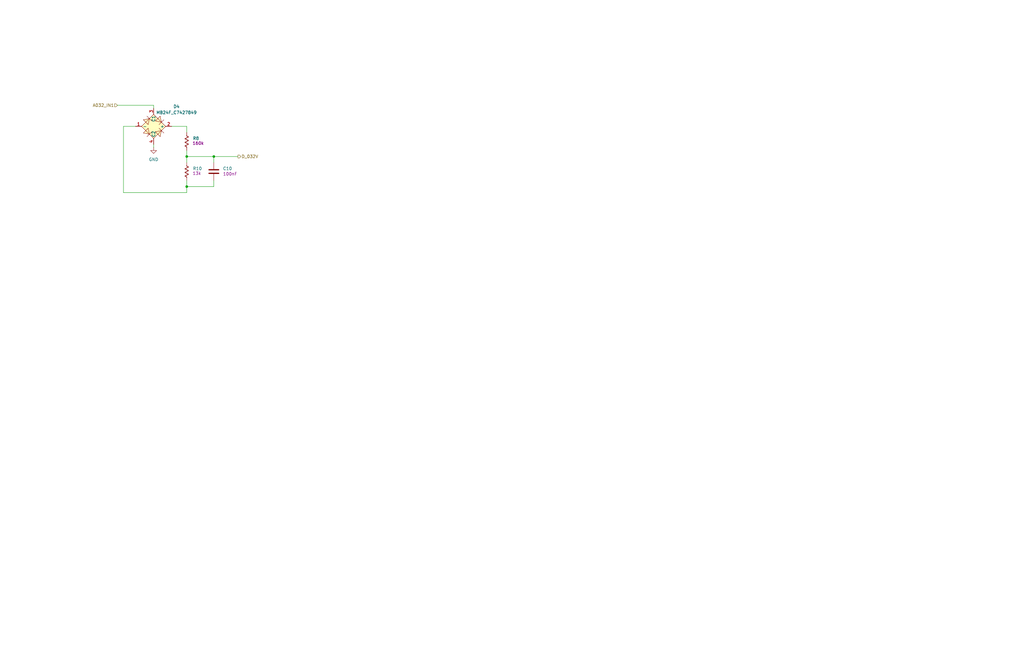
<source format=kicad_sch>
(kicad_sch (version 20250114) (generator "eeschema") (generator_version "9.0")
  (paper "USLedger")
  (lib_symbols
    (symbol "PCM_Capacitor_AKL:C_0805" (pin_numbers (hide yes)) (pin_names (offset 0.254))
      (property "Reference" "C" (at 0.635 2.54 0))
      (property "Value" "C_0805" (at 0.635 -2.54 0))
      (symbol "C_0805_0_1"
        (polyline (pts (xy -2.032 0.762) (xy 2.032 0.762)) (stroke (width 0.508)))
        (polyline (pts (xy -2.032 -0.762) (xy 2.032 -0.762)) (stroke (width 0.508)))
      )
      (symbol "C_0805_0_2"
        (polyline (pts (xy -2.54 -2.54) (xy -0.381 -0.381)))
        (polyline (pts (xy -0.508 -0.508) (xy -1.651 0.635)) (stroke (width 0.508)))
        (polyline (pts (xy -0.508 -0.508) (xy 0.635 -1.651)) (stroke (width 0.508)))
        (polyline (pts (xy 0.381 0.381) (xy 2.54 2.54)))
        (polyline (pts (xy 0.508 0.508) (xy -0.635 1.651)) (stroke (width 0.508)))
        (polyline (pts (xy 0.508 0.508) (xy 1.651 -0.635)) (stroke (width 0.508)))
      )
      (symbol "C_0805_1_1"
        (pin passive line (at 0 3.81 270) (length 2.794) (name "~") (number "1"))
        (pin passive line (at 0 -3.81 90) (length 2.794) (name "~") (number "2"))
      )
      (symbol "C_0805_1_2"
        (pin passive line (at -2.54 -2.54 90) (length 0) (name "~") (number "2"))
        (pin passive line (at 2.54 2.54 270) (length 0) (name "~") (number "1"))
      )
    )
    (symbol "PCM_Resistor_US_AKL:R_0603" (pin_numbers (hide yes)) (pin_names (offset 0))
      (property "Reference" "R" (at 2.54 1.27 0))
      (property "Value" "R_0603" (at 2.54 -1.27 0))
      (symbol "R_0603_0_1"
        (polyline (pts (xy 0 2.286) (xy 0 2.54)) (stroke (width 0.254)))
        (polyline (pts (xy 0 2.286) (xy 0.762 1.905) (xy -0.762 1.143) (xy 0 0.762) (xy 0.762 0.381) (xy 0 0) (xy -0.762 -0.381) (xy 0 -0.762) (xy 0.762 -1.143) (xy 0 -1.524) (xy -0.762 -1.905) (xy 0 -2.286)) (stroke (width 0.254)))
        (polyline (pts (xy 0 -2.286) (xy 0 -2.54)) (stroke (width 0.254)))
      )
      (symbol "R_0603_0_2"
        (polyline (pts (xy -2.54 -2.54) (xy -1.778 -1.778)))
        (polyline (pts (xy -1.778 -1.778) (xy -1.524 -1.524)) (stroke (width 0.254)))
        (polyline (pts (xy -1.524 -1.524) (xy -1.778 -0.762) (xy -1.016 -1.016)) (stroke (width 0.254)))
        (polyline (pts (xy -0.508 -0.508) (xy -0.762 0.254) (xy 0 0)) (stroke (width 0.254)))
        (polyline (pts (xy -0.508 -0.508) (xy -0.254 -1.27) (xy -1.016 -1.016)) (stroke (width 0.254)))
        (polyline (pts (xy 0.508 0.508) (xy 0.254 1.27) (xy 1.016 1.016)) (stroke (width 0.254)))
        (polyline (pts (xy 0.508 0.508) (xy 0.762 -0.254) (xy 0 0)) (stroke (width 0.254)))
        (polyline (pts (xy 1.524 1.524) (xy 1.778 0.762) (xy 1.016 1.016)) (stroke (width 0.254)))
        (polyline (pts (xy 1.778 1.778) (xy 1.524 1.524)) (stroke (width 0.254)))
        (polyline (pts (xy 1.778 1.778) (xy 2.54 2.54)))
      )
      (symbol "R_0603_1_1"
        (pin passive line (at 0 3.81 270) (length 1.27) (name "~") (number "1"))
        (pin passive line (at 0 -3.81 90) (length 1.27) (name "~") (number "2"))
      )
      (symbol "R_0603_1_2"
        (pin passive line (at -2.54 -2.54 0) (length 0) (name "") (number "2"))
        (pin passive line (at 2.54 2.54 180) (length 0) (name "") (number "1"))
      )
    )
    (symbol "Puente H:MB24F_C7427849"
      (property "Reference" "D" (at 0 12.7 0))
      (property "Value" "MB24F_C7427849" (at 0 -12.7 0))
      (symbol "MB24F_C7427849_0_1"
        (polyline (pts (xy -4.32 2.79) (xy -1.78 3.3) (xy -2.29 0.76) (xy -4.32 2.79)) (fill (type background)))
        (polyline (pts (xy -2.79 4.32) (xy -0.76 2.29)))
        (polyline (pts (xy -2.29 -0.76) (xy -1.78 -3.3) (xy -4.32 -2.79) (xy -2.29 -0.76)) (fill (type background)))
        (polyline (pts (xy -0.76 -2.29) (xy -2.79 -4.32)))
        (polyline (pts (xy 0 5.08) (xy -5.08 0) (xy 0 -5.08) (xy 5.08 0) (xy 0 5.08)) (fill (type background)))
        (polyline (pts (xy 0.76 -2.29) (xy 3.3 -1.78) (xy 2.79 -4.32) (xy 0.76 -2.29)) (fill (type background)))
        (polyline (pts (xy 2.29 -0.76) (xy 4.32 -2.79)))
        (polyline (pts (xy 2.79 4.32) (xy 3.3 1.78) (xy 0.76 2.29) (xy 2.79 4.32)) (fill (type background)))
        (polyline (pts (xy 4.32 2.79) (xy 2.29 0.76)))
      )
      (symbol "MB24F_C7427849_1_1"
        (pin unspecified line (at -7.62 0 0) (length 2.54) (name "-") (number "1"))
        (pin unspecified line (at 0 7.62 270) (length 2.54) (name "C1") (number "3"))
        (pin unspecified line (at 0 -7.62 90) (length 2.54) (name "C2") (number "4"))
        (pin unspecified line (at 7.62 0 180) (length 2.54) (name "+") (number "2"))
      )
    )
    (symbol "power:GND" (power) (pin_numbers (hide yes)) (pin_names (offset 0) (hide yes))
      (property "Value" "GND" (at 0 -3.81 0))
      (symbol "GND_0_1"
        (polyline (pts (xy 0 0) (xy 0 -1.27) (xy 1.27 -1.27) (xy 0 -2.54) (xy -1.27 -1.27) (xy 0 -1.27)))
      )
      (symbol "GND_1_1"
        (pin power_in line (at 0 0 270) (length 0) (name "~") (number "1"))
      )
    )
  )
  (junction (at 78.74 66.04))
  (junction (at 78.74 78.74))
  (junction (at 90.17 66.04))
  (wire (pts (xy 64.77 60.96) (xy 64.77 62.23)))
  (wire (pts (xy 52.07 53.34) (xy 57.15 53.34)))
  (wire (pts (xy 90.17 66.04) (xy 100.33 66.04)))
  (wire (pts (xy 78.74 53.34) (xy 78.74 55.88)))
  (wire (pts (xy 52.07 53.34) (xy 52.07 81.28)))
  (wire (pts (xy 78.74 78.74) (xy 78.74 76.2)))
  (wire (pts (xy 78.74 66.04) (xy 78.74 68.58)))
  (wire (pts (xy 52.07 81.28) (xy 78.74 81.28)))
  (wire (pts (xy 78.74 63.5) (xy 78.74 66.04)))
  (wire (pts (xy 49.53 44.45) (xy 64.77 44.45)))
  (wire (pts (xy 78.74 81.28) (xy 78.74 78.74)))
  (wire (pts (xy 90.17 68.58) (xy 90.17 66.04)))
  (wire (pts (xy 64.77 44.45) (xy 64.77 45.72)))
  (wire (pts (xy 72.39 53.34) (xy 78.74 53.34)))
  (wire (pts (xy 78.74 78.74) (xy 90.17 78.74)))
  (wire (pts (xy 78.74 66.04) (xy 90.17 66.04)))
  (wire (pts (xy 90.17 76.2) (xy 90.17 78.74)))
  (hierarchical_label "A032_IN1" (shape input) (at 49.53 44.45 180))
  (hierarchical_label "D_032V" (shape output) (at 100.33 66.04 0))
  (symbol (lib_id "PCM_Resistor_US_AKL:R_0603") (at 78.74 59.69 0) (unit 1)
    (property "Reference" "R8" (at 81.28 58.4199 0) (effects (justify left)))
    (property "Value" "R_0603" (effects (hide yes)))
    (property "Footprint" "PCM_Resistor_SMD_AKL:R_0603_1608Metric" (effects (hide yes)))
    (property "Description" "SMD 0603 Chip Resistor, US Symbol, Alternate KiCad Library" (effects (hide yes)))
    (property "Capacidad " "160k" (at 83.566 60.452 0))
  )
  (symbol (lib_id "Puente H:MB24F_C7427849") (at 64.77 53.34 0) (unit 1)
    (property "Reference" "D4" (at 74.422 44.958 0))
    (property "Value" "MB24F_C7427849" (at 74.422 47.498 0))
    (property "Footprint" "EasyEDA:MBF-SMD_L4.7-W3.8-P2.50-LS6.8-BL" (effects (hide yes)))
    (property "LCSC Part" "C7427849" (effects (hide yes)))
  )
  (symbol (lib_id "PCM_Capacitor_AKL:C_0805") (at 90.17 72.39 0) (unit 1)
    (property "Reference" "C10" (at 93.98 71.1199 0) (effects (justify left)))
    (property "Value" "C_0805" (effects (hide yes)))
    (property "Footprint" "PCM_Capacitor_SMD_AKL:C_0805_2012Metric" (effects (hide yes)))
    (property "Description" "SMD 0805 MLCC capacitor, Alternate KiCad Library" (effects (hide yes)))
    (property "Capacidad " "100nF" (at 93.98 73.406 0) (effects (justify left)))
  )
  (symbol (lib_id "power:GND") (at 64.77 62.23 0) (unit 1)
    (property "Reference" "#PWR028" (effects (hide yes)))
    (property "Value" "GND" (at 64.77 67.31 0))
    (property "Description" "Power symbol creates a global label with name \"GND\" , ground" (effects (hide yes)))
  )
  (symbol (lib_id "PCM_Resistor_US_AKL:R_0603") (at 78.74 72.39 0) (unit 1)
    (property "Reference" "R10" (at 81.28 71.1199 0) (effects (justify left)))
    (property "Value" "R_0603" (effects (hide yes)))
    (property "Footprint" "PCM_Resistor_SMD_AKL:R_0603_1608Metric" (effects (hide yes)))
    (property "Description" "SMD 0603 Chip Resistor, US Symbol, Alternate KiCad Library" (effects (hide yes)))
    (property "Capacidad " "13k" (at 84.836 73.152 0) (effects (justify right)))
  )
)
</source>
